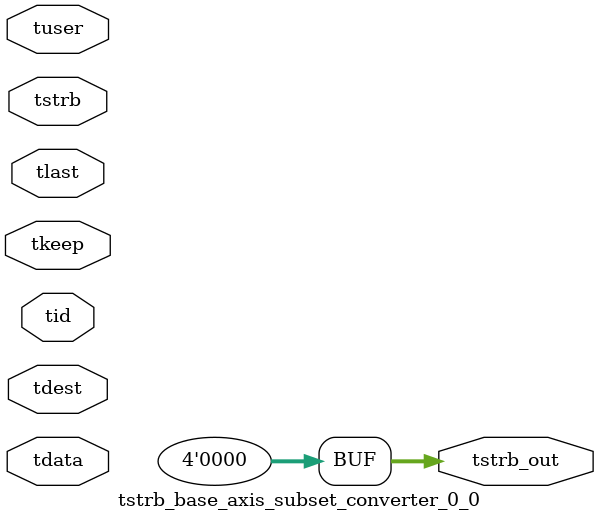
<source format=v>


`timescale 1ps/1ps

module tstrb_base_axis_subset_converter_0_0 #
(
parameter C_S_AXIS_TDATA_WIDTH = 32,
parameter C_S_AXIS_TUSER_WIDTH = 0,
parameter C_S_AXIS_TID_WIDTH   = 0,
parameter C_S_AXIS_TDEST_WIDTH = 0,
parameter C_M_AXIS_TDATA_WIDTH = 32
)
(
input  [(C_S_AXIS_TDATA_WIDTH == 0 ? 1 : C_S_AXIS_TDATA_WIDTH)-1:0     ] tdata,
input  [(C_S_AXIS_TUSER_WIDTH == 0 ? 1 : C_S_AXIS_TUSER_WIDTH)-1:0     ] tuser,
input  [(C_S_AXIS_TID_WIDTH   == 0 ? 1 : C_S_AXIS_TID_WIDTH)-1:0       ] tid,
input  [(C_S_AXIS_TDEST_WIDTH == 0 ? 1 : C_S_AXIS_TDEST_WIDTH)-1:0     ] tdest,
input  [(C_S_AXIS_TDATA_WIDTH/8)-1:0 ] tkeep,
input  [(C_S_AXIS_TDATA_WIDTH/8)-1:0 ] tstrb,
input                                                                    tlast,
output [(C_M_AXIS_TDATA_WIDTH/8)-1:0 ] tstrb_out
);

assign tstrb_out = {1'b0};

endmodule


</source>
